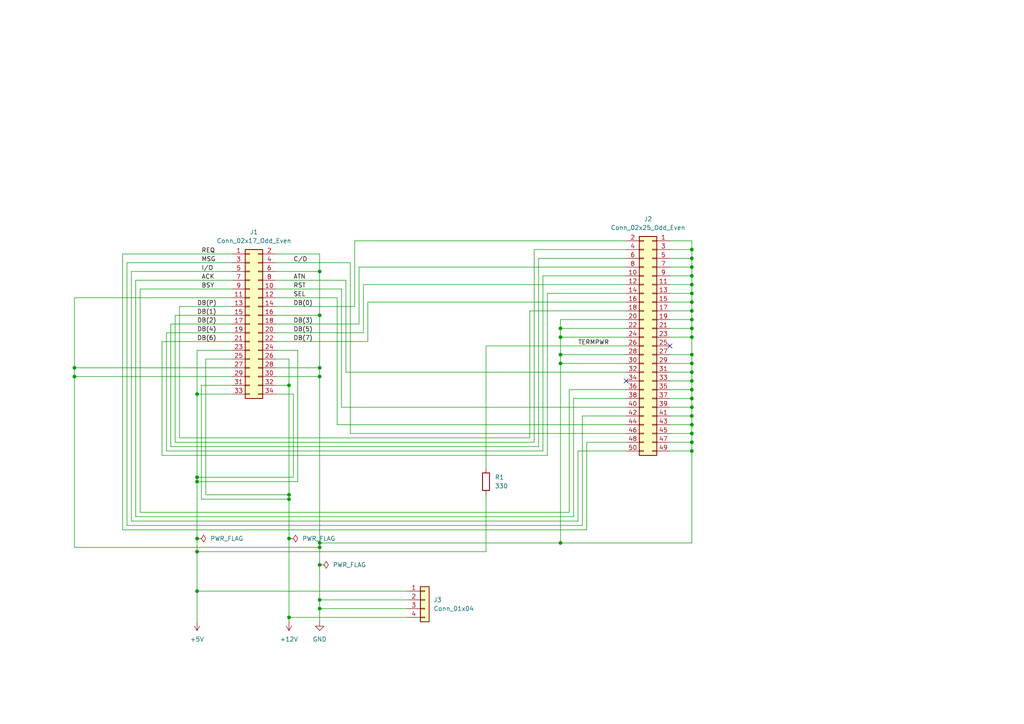
<source format=kicad_sch>
(kicad_sch (version 20211123) (generator eeschema)
  (paper "A4")
  (title_block (title "Apple M5120 SCSI Adapter") (date "2022-10-15") (rev "1") (company "X11"))
  (lib_symbols
    (symbol "Connector_Generic:Conn_01x04" (pin_names (offset 1.016) hide)
      (property "Reference" "J" (at 0 5.08 0))
      (property "Value" "Conn_01x04" (at 0 -7.62 0))
      (symbol "Conn_01x04_1_1"
        (rectangle (start -1.27 -4.953) (end 0 -5.207) (stroke (width 0.1524)))
        (rectangle (start -1.27 -2.413) (end 0 -2.667) (stroke (width 0.1524)))
        (rectangle (start -1.27 0.127) (end 0 -0.127) (stroke (width 0.1524)))
        (rectangle (start -1.27 2.667) (end 0 2.413) (stroke (width 0.1524)))
        (rectangle (start -1.27 3.81) (end 1.27 -6.35) (stroke (width 0.254)) (fill (type background)))
        (pin passive line (at -5.08 2.54 0) (length 3.81) (name "Pin_1") (number "1"))
        (pin passive line (at -5.08 0 0) (length 3.81) (name "Pin_2") (number "2"))
        (pin passive line (at -5.08 -2.54 0) (length 3.81) (name "Pin_3") (number "3"))
        (pin passive line (at -5.08 -5.08 0) (length 3.81) (name "Pin_4") (number "4"))
      )
    )
    (symbol "Connector_Generic:Conn_02x17_Odd_Even" (pin_names (offset 1.016) hide)
      (property "Reference" "J" (at 1.27 22.86 0))
      (property "Value" "Conn_02x17_Odd_Even" (at 1.27 -22.86 0))
      (symbol "Conn_02x17_Odd_Even_1_1"
        (rectangle (start -1.27 -20.193) (end 0 -20.447) (stroke (width 0.1524)))
        (rectangle (start -1.27 -17.653) (end 0 -17.907) (stroke (width 0.1524)))
        (rectangle (start -1.27 -15.113) (end 0 -15.367) (stroke (width 0.1524)))
        (rectangle (start -1.27 -12.573) (end 0 -12.827) (stroke (width 0.1524)))
        (rectangle (start -1.27 -10.033) (end 0 -10.287) (stroke (width 0.1524)))
        (rectangle (start -1.27 -7.493) (end 0 -7.747) (stroke (width 0.1524)))
        (rectangle (start -1.27 -4.953) (end 0 -5.207) (stroke (width 0.1524)))
        (rectangle (start -1.27 -2.413) (end 0 -2.667) (stroke (width 0.1524)))
        (rectangle (start -1.27 0.127) (end 0 -0.127) (stroke (width 0.1524)))
        (rectangle (start -1.27 2.667) (end 0 2.413) (stroke (width 0.1524)))
        (rectangle (start -1.27 5.207) (end 0 4.953) (stroke (width 0.1524)))
        (rectangle (start -1.27 7.747) (end 0 7.493) (stroke (width 0.1524)))
        (rectangle (start -1.27 10.287) (end 0 10.033) (stroke (width 0.1524)))
        (rectangle (start -1.27 12.827) (end 0 12.573) (stroke (width 0.1524)))
        (rectangle (start -1.27 15.367) (end 0 15.113) (stroke (width 0.1524)))
        (rectangle (start -1.27 17.907) (end 0 17.653) (stroke (width 0.1524)))
        (rectangle (start -1.27 20.447) (end 0 20.193) (stroke (width 0.1524)))
        (rectangle (start -1.27 21.59) (end 3.81 -21.59) (stroke (width 0.254)) (fill (type background)))
        (rectangle (start 3.81 -20.193) (end 2.54 -20.447) (stroke (width 0.1524)))
        (rectangle (start 3.81 -17.653) (end 2.54 -17.907) (stroke (width 0.1524)))
        (rectangle (start 3.81 -15.113) (end 2.54 -15.367) (stroke (width 0.1524)))
        (rectangle (start 3.81 -12.573) (end 2.54 -12.827) (stroke (width 0.1524)))
        (rectangle (start 3.81 -10.033) (end 2.54 -10.287) (stroke (width 0.1524)))
        (rectangle (start 3.81 -7.493) (end 2.54 -7.747) (stroke (width 0.1524)))
        (rectangle (start 3.81 -4.953) (end 2.54 -5.207) (stroke (width 0.1524)))
        (rectangle (start 3.81 -2.413) (end 2.54 -2.667) (stroke (width 0.1524)))
        (rectangle (start 3.81 0.127) (end 2.54 -0.127) (stroke (width 0.1524)))
        (rectangle (start 3.81 2.667) (end 2.54 2.413) (stroke (width 0.1524)))
        (rectangle (start 3.81 5.207) (end 2.54 4.953) (stroke (width 0.1524)))
        (rectangle (start 3.81 7.747) (end 2.54 7.493) (stroke (width 0.1524)))
        (rectangle (start 3.81 10.287) (end 2.54 10.033) (stroke (width 0.1524)))
        (rectangle (start 3.81 12.827) (end 2.54 12.573) (stroke (width 0.1524)))
        (rectangle (start 3.81 15.367) (end 2.54 15.113) (stroke (width 0.1524)))
        (rectangle (start 3.81 17.907) (end 2.54 17.653) (stroke (width 0.1524)))
        (rectangle (start 3.81 20.447) (end 2.54 20.193) (stroke (width 0.1524)))
        (pin passive line (at -5.08 20.32 0) (length 3.81) (name "Pin_1") (number "1"))
        (pin passive line (at 7.62 10.16 180) (length 3.81) (name "Pin_10") (number "10"))
        (pin passive line (at -5.08 7.62 0) (length 3.81) (name "Pin_11") (number "11"))
        (pin passive line (at 7.62 7.62 180) (length 3.81) (name "Pin_12") (number "12"))
        (pin passive line (at -5.08 5.08 0) (length 3.81) (name "Pin_13") (number "13"))
        (pin passive line (at 7.62 5.08 180) (length 3.81) (name "Pin_14") (number "14"))
        (pin passive line (at -5.08 2.54 0) (length 3.81) (name "Pin_15") (number "15"))
        (pin passive line (at 7.62 2.54 180) (length 3.81) (name "Pin_16") (number "16"))
        (pin passive line (at -5.08 0 0) (length 3.81) (name "Pin_17") (number "17"))
        (pin passive line (at 7.62 0 180) (length 3.81) (name "Pin_18") (number "18"))
        (pin passive line (at -5.08 -2.54 0) (length 3.81) (name "Pin_19") (number "19"))
        (pin passive line (at 7.62 20.32 180) (length 3.81) (name "Pin_2") (number "2"))
        (pin passive line (at 7.62 -2.54 180) (length 3.81) (name "Pin_20") (number "20"))
        (pin passive line (at -5.08 -5.08 0) (length 3.81) (name "Pin_21") (number "21"))
        (pin passive line (at 7.62 -5.08 180) (length 3.81) (name "Pin_22") (number "22"))
        (pin passive line (at -5.08 -7.62 0) (length 3.81) (name "Pin_23") (number "23"))
        (pin passive line (at 7.62 -7.62 180) (length 3.81) (name "Pin_24") (number "24"))
        (pin passive line (at -5.08 -10.16 0) (length 3.81) (name "Pin_25") (number "25"))
        (pin passive line (at 7.62 -10.16 180) (length 3.81) (name "Pin_26") (number "26"))
        (pin passive line (at -5.08 -12.7 0) (length 3.81) (name "Pin_27") (number "27"))
        (pin passive line (at 7.62 -12.7 180) (length 3.81) (name "Pin_28") (number "28"))
        (pin passive line (at -5.08 -15.24 0) (length 3.81) (name "Pin_29") (number "29"))
        (pin passive line (at -5.08 17.78 0) (length 3.81) (name "Pin_3") (number "3"))
        (pin passive line (at 7.62 -15.24 180) (length 3.81) (name "Pin_30") (number "30"))
        (pin passive line (at -5.08 -17.78 0) (length 3.81) (name "Pin_31") (number "31"))
        (pin passive line (at 7.62 -17.78 180) (length 3.81) (name "Pin_32") (number "32"))
        (pin passive line (at -5.08 -20.32 0) (length 3.81) (name "Pin_33") (number "33"))
        (pin passive line (at 7.62 -20.32 180) (length 3.81) (name "Pin_34") (number "34"))
        (pin passive line (at 7.62 17.78 180) (length 3.81) (name "Pin_4") (number "4"))
        (pin passive line (at -5.08 15.24 0) (length 3.81) (name "Pin_5") (number "5"))
        (pin passive line (at 7.62 15.24 180) (length 3.81) (name "Pin_6") (number "6"))
        (pin passive line (at -5.08 12.7 0) (length 3.81) (name "Pin_7") (number "7"))
        (pin passive line (at 7.62 12.7 180) (length 3.81) (name "Pin_8") (number "8"))
        (pin passive line (at -5.08 10.16 0) (length 3.81) (name "Pin_9") (number "9"))
      )
    )
    (symbol "Connector_Generic:Conn_02x25_Odd_Even" (pin_names (offset 1.016) hide)
      (property "Reference" "J" (at 1.27 33.02 0))
      (property "Value" "Conn_02x25_Odd_Even" (at 1.27 -33.02 0))
      (symbol "Conn_02x25_Odd_Even_1_1"
        (rectangle (start -1.27 -30.353) (end 0 -30.607) (stroke (width 0.1524)))
        (rectangle (start -1.27 -27.813) (end 0 -28.067) (stroke (width 0.1524)))
        (rectangle (start -1.27 -25.273) (end 0 -25.527) (stroke (width 0.1524)))
        (rectangle (start -1.27 -22.733) (end 0 -22.987) (stroke (width 0.1524)))
        (rectangle (start -1.27 -20.193) (end 0 -20.447) (stroke (width 0.1524)))
        (rectangle (start -1.27 -17.653) (end 0 -17.907) (stroke (width 0.1524)))
        (rectangle (start -1.27 -15.113) (end 0 -15.367) (stroke (width 0.1524)))
        (rectangle (start -1.27 -12.573) (end 0 -12.827) (stroke (width 0.1524)))
        (rectangle (start -1.27 -10.033) (end 0 -10.287) (stroke (width 0.1524)))
        (rectangle (start -1.27 -7.493) (end 0 -7.747) (stroke (width 0.1524)))
        (rectangle (start -1.27 -4.953) (end 0 -5.207) (stroke (width 0.1524)))
        (rectangle (start -1.27 -2.413) (end 0 -2.667) (stroke (width 0.1524)))
        (rectangle (start -1.27 0.127) (end 0 -0.127) (stroke (width 0.1524)))
        (rectangle (start -1.27 2.667) (end 0 2.413) (stroke (width 0.1524)))
        (rectangle (start -1.27 5.207) (end 0 4.953) (stroke (width 0.1524)))
        (rectangle (start -1.27 7.747) (end 0 7.493) (stroke (width 0.1524)))
        (rectangle (start -1.27 10.287) (end 0 10.033) (stroke (width 0.1524)))
        (rectangle (start -1.27 12.827) (end 0 12.573) (stroke (width 0.1524)))
        (rectangle (start -1.27 15.367) (end 0 15.113) (stroke (width 0.1524)))
        (rectangle (start -1.27 17.907) (end 0 17.653) (stroke (width 0.1524)))
        (rectangle (start -1.27 20.447) (end 0 20.193) (stroke (width 0.1524)))
        (rectangle (start -1.27 22.987) (end 0 22.733) (stroke (width 0.1524)))
        (rectangle (start -1.27 25.527) (end 0 25.273) (stroke (width 0.1524)))
        (rectangle (start -1.27 28.067) (end 0 27.813) (stroke (width 0.1524)))
        (rectangle (start -1.27 30.607) (end 0 30.353) (stroke (width 0.1524)))
        (rectangle (start -1.27 31.75) (end 3.81 -31.75) (stroke (width 0.254)) (fill (type background)))
        (rectangle (start 3.81 -30.353) (end 2.54 -30.607) (stroke (width 0.1524)))
        (rectangle (start 3.81 -27.813) (end 2.54 -28.067) (stroke (width 0.1524)))
        (rectangle (start 3.81 -25.273) (end 2.54 -25.527) (stroke (width 0.1524)))
        (rectangle (start 3.81 -22.733) (end 2.54 -22.987) (stroke (width 0.1524)))
        (rectangle (start 3.81 -20.193) (end 2.54 -20.447) (stroke (width 0.1524)))
        (rectangle (start 3.81 -17.653) (end 2.54 -17.907) (stroke (width 0.1524)))
        (rectangle (start 3.81 -15.113) (end 2.54 -15.367) (stroke (width 0.1524)))
        (rectangle (start 3.81 -12.573) (end 2.54 -12.827) (stroke (width 0.1524)))
        (rectangle (start 3.81 -10.033) (end 2.54 -10.287) (stroke (width 0.1524)))
        (rectangle (start 3.81 -7.493) (end 2.54 -7.747) (stroke (width 0.1524)))
        (rectangle (start 3.81 -4.953) (end 2.54 -5.207) (stroke (width 0.1524)))
        (rectangle (start 3.81 -2.413) (end 2.54 -2.667) (stroke (width 0.1524)))
        (rectangle (start 3.81 0.127) (end 2.54 -0.127) (stroke (width 0.1524)))
        (rectangle (start 3.81 2.667) (end 2.54 2.413) (stroke (width 0.1524)))
        (rectangle (start 3.81 5.207) (end 2.54 4.953) (stroke (width 0.1524)))
        (rectangle (start 3.81 7.747) (end 2.54 7.493) (stroke (width 0.1524)))
        (rectangle (start 3.81 10.287) (end 2.54 10.033) (stroke (width 0.1524)))
        (rectangle (start 3.81 12.827) (end 2.54 12.573) (stroke (width 0.1524)))
        (rectangle (start 3.81 15.367) (end 2.54 15.113) (stroke (width 0.1524)))
        (rectangle (start 3.81 17.907) (end 2.54 17.653) (stroke (width 0.1524)))
        (rectangle (start 3.81 20.447) (end 2.54 20.193) (stroke (width 0.1524)))
        (rectangle (start 3.81 22.987) (end 2.54 22.733) (stroke (width 0.1524)))
        (rectangle (start 3.81 25.527) (end 2.54 25.273) (stroke (width 0.1524)))
        (rectangle (start 3.81 28.067) (end 2.54 27.813) (stroke (width 0.1524)))
        (rectangle (start 3.81 30.607) (end 2.54 30.353) (stroke (width 0.1524)))
        (pin passive line (at -5.08 30.48 0) (length 3.81) (name "Pin_1") (number "1"))
        (pin passive line (at 7.62 20.32 180) (length 3.81) (name "Pin_10") (number "10"))
        (pin passive line (at -5.08 17.78 0) (length 3.81) (name "Pin_11") (number "11"))
        (pin passive line (at 7.62 17.78 180) (length 3.81) (name "Pin_12") (number "12"))
        (pin passive line (at -5.08 15.24 0) (length 3.81) (name "Pin_13") (number "13"))
        (pin passive line (at 7.62 15.24 180) (length 3.81) (name "Pin_14") (number "14"))
        (pin passive line (at -5.08 12.7 0) (length 3.81) (name "Pin_15") (number "15"))
        (pin passive line (at 7.62 12.7 180) (length 3.81) (name "Pin_16") (number "16"))
        (pin passive line (at -5.08 10.16 0) (length 3.81) (name "Pin_17") (number "17"))
        (pin passive line (at 7.62 10.16 180) (length 3.81) (name "Pin_18") (number "18"))
        (pin passive line (at -5.08 7.62 0) (length 3.81) (name "Pin_19") (number "19"))
        (pin passive line (at 7.62 30.48 180) (length 3.81) (name "Pin_2") (number "2"))
        (pin passive line (at 7.62 7.62 180) (length 3.81) (name "Pin_20") (number "20"))
        (pin passive line (at -5.08 5.08 0) (length 3.81) (name "Pin_21") (number "21"))
        (pin passive line (at 7.62 5.08 180) (length 3.81) (name "Pin_22") (number "22"))
        (pin passive line (at -5.08 2.54 0) (length 3.81) (name "Pin_23") (number "23"))
        (pin passive line (at 7.62 2.54 180) (length 3.81) (name "Pin_24") (number "24"))
        (pin passive line (at -5.08 0 0) (length 3.81) (name "Pin_25") (number "25"))
        (pin passive line (at 7.62 0 180) (length 3.81) (name "Pin_26") (number "26"))
        (pin passive line (at -5.08 -2.54 0) (length 3.81) (name "Pin_27") (number "27"))
        (pin passive line (at 7.62 -2.54 180) (length 3.81) (name "Pin_28") (number "28"))
        (pin passive line (at -5.08 -5.08 0) (length 3.81) (name "Pin_29") (number "29"))
        (pin passive line (at -5.08 27.94 0) (length 3.81) (name "Pin_3") (number "3"))
        (pin passive line (at 7.62 -5.08 180) (length 3.81) (name "Pin_30") (number "30"))
        (pin passive line (at -5.08 -7.62 0) (length 3.81) (name "Pin_31") (number "31"))
        (pin passive line (at 7.62 -7.62 180) (length 3.81) (name "Pin_32") (number "32"))
        (pin passive line (at -5.08 -10.16 0) (length 3.81) (name "Pin_33") (number "33"))
        (pin passive line (at 7.62 -10.16 180) (length 3.81) (name "Pin_34") (number "34"))
        (pin passive line (at -5.08 -12.7 0) (length 3.81) (name "Pin_35") (number "35"))
        (pin passive line (at 7.62 -12.7 180) (length 3.81) (name "Pin_36") (number "36"))
        (pin passive line (at -5.08 -15.24 0) (length 3.81) (name "Pin_37") (number "37"))
        (pin passive line (at 7.62 -15.24 180) (length 3.81) (name "Pin_38") (number "38"))
        (pin passive line (at -5.08 -17.78 0) (length 3.81) (name "Pin_39") (number "39"))
        (pin passive line (at 7.62 27.94 180) (length 3.81) (name "Pin_4") (number "4"))
        (pin passive line (at 7.62 -17.78 180) (length 3.81) (name "Pin_40") (number "40"))
        (pin passive line (at -5.08 -20.32 0) (length 3.81) (name "Pin_41") (number "41"))
        (pin passive line (at 7.62 -20.32 180) (length 3.81) (name "Pin_42") (number "42"))
        (pin passive line (at -5.08 -22.86 0) (length 3.81) (name "Pin_43") (number "43"))
        (pin passive line (at 7.62 -22.86 180) (length 3.81) (name "Pin_44") (number "44"))
        (pin passive line (at -5.08 -25.4 0) (length 3.81) (name "Pin_45") (number "45"))
        (pin passive line (at 7.62 -25.4 180) (length 3.81) (name "Pin_46") (number "46"))
        (pin passive line (at -5.08 -27.94 0) (length 3.81) (name "Pin_47") (number "47"))
        (pin passive line (at 7.62 -27.94 180) (length 3.81) (name "Pin_48") (number "48"))
        (pin passive line (at -5.08 -30.48 0) (length 3.81) (name "Pin_49") (number "49"))
        (pin passive line (at -5.08 25.4 0) (length 3.81) (name "Pin_5") (number "5"))
        (pin passive line (at 7.62 -30.48 180) (length 3.81) (name "Pin_50") (number "50"))
        (pin passive line (at 7.62 25.4 180) (length 3.81) (name "Pin_6") (number "6"))
        (pin passive line (at -5.08 22.86 0) (length 3.81) (name "Pin_7") (number "7"))
        (pin passive line (at 7.62 22.86 180) (length 3.81) (name "Pin_8") (number "8"))
        (pin passive line (at -5.08 20.32 0) (length 3.81) (name "Pin_9") (number "9"))
      )
    )
    (symbol "Device:R" (pin_numbers hide) (pin_names (offset 0))
      (property "Reference" "R" (at 2.032 0 90))
      (property "Value" "R" (at 0 0 90))
      (symbol "R_0_1"
        (rectangle (start -1.016 -2.54) (end 1.016 2.54) (stroke (width 0.254)))
      )
      (symbol "R_1_1"
        (pin passive line (at 0 3.81 270) (length 1.27) (name "~") (number "1"))
        (pin passive line (at 0 -3.81 90) (length 1.27) (name "~") (number "2"))
      )
    )
    (symbol "power:+12V" (power) (pin_names (offset 0))
      (property "Value" "+12V" (at 0 3.556 0))
      (symbol "+12V_0_1"
        (polyline (pts (xy -0.762 1.27) (xy 0 2.54)))
        (polyline (pts (xy 0 0) (xy 0 2.54)))
        (polyline (pts (xy 0 2.54) (xy 0.762 1.27)))
      )
      (symbol "+12V_1_1"
        (pin power_in line (at 0 0 90) (length 0) hide (name "+12V") (number "1"))
      )
    )
    (symbol "power:+5V" (power) (pin_names (offset 0))
      (property "Value" "+5V" (at 0 3.556 0))
      (symbol "+5V_0_1"
        (polyline (pts (xy -0.762 1.27) (xy 0 2.54)))
        (polyline (pts (xy 0 0) (xy 0 2.54)))
        (polyline (pts (xy 0 2.54) (xy 0.762 1.27)))
      )
      (symbol "+5V_1_1"
        (pin power_in line (at 0 0 90) (length 0) hide (name "+5V") (number "1"))
      )
    )
    (symbol "power:GND" (power) (pin_names (offset 0))
      (property "Value" "GND" (at 0 -3.81 0))
      (symbol "GND_0_1"
        (polyline (pts (xy 0 0) (xy 0 -1.27) (xy 1.27 -1.27) (xy 0 -2.54) (xy -1.27 -1.27) (xy 0 -1.27)))
      )
      (symbol "GND_1_1"
        (pin power_in line (at 0 0 270) (length 0) hide (name "GND") (number "1"))
      )
    )
    (symbol "power:PWR_FLAG" (power) (pin_numbers hide) (pin_names (offset 0) hide)
      (property "Value" "PWR_FLAG" (at 0 3.81 0))
      (symbol "PWR_FLAG_0_0"
        (pin power_out line (at 0 0 90) (length 0) (name "pwr") (number "1"))
      )
      (symbol "PWR_FLAG_0_1"
        (polyline (pts (xy 0 0) (xy 0 1.27) (xy -1.016 1.905) (xy 0 2.54) (xy 1.016 1.905) (xy 0 1.27)))
      )
    )
  )
  (junction (at 92.71 176.53))
  (junction (at 162.56 102.87))
  (junction (at 200.66 80.01))
  (junction (at 200.66 82.55))
  (junction (at 200.66 118.11))
  (junction (at 162.56 95.25))
  (junction (at 162.56 97.79))
  (junction (at 200.66 130.81))
  (junction (at 200.66 102.87))
  (junction (at 92.71 106.68))
  (junction (at 92.71 163.83))
  (junction (at 200.66 107.95))
  (junction (at 200.66 87.63))
  (junction (at 57.15 156.21))
  (junction (at 83.82 156.21))
  (junction (at 200.66 115.57))
  (junction (at 92.71 157.48))
  (junction (at 83.82 144.78))
  (junction (at 200.66 123.19))
  (junction (at 200.66 97.79))
  (junction (at 200.66 92.71))
  (junction (at 200.66 120.65))
  (junction (at 83.82 111.76))
  (junction (at 200.66 113.03))
  (junction (at 21.59 106.68))
  (junction (at 200.66 95.25))
  (junction (at 162.56 157.48))
  (junction (at 200.66 77.47))
  (junction (at 162.56 105.41))
  (junction (at 57.15 160.02))
  (junction (at 57.15 139.7))
  (junction (at 57.15 138.43))
  (junction (at 200.66 90.17))
  (junction (at 83.82 143.51))
  (junction (at 92.71 78.74))
  (junction (at 92.71 91.44))
  (junction (at 57.15 114.3))
  (junction (at 200.66 110.49))
  (junction (at 200.66 74.93))
  (junction (at 200.66 85.09))
  (junction (at 57.15 171.45))
  (junction (at 200.66 105.41))
  (junction (at 21.59 109.22))
  (junction (at 92.71 109.22))
  (junction (at 92.71 173.99))
  (junction (at 83.82 179.07))
  (junction (at 200.66 125.73))
  (junction (at 200.66 128.27))
  (junction (at 200.66 72.39))
  (junction (at 92.71 158.75))
  (no_connect (at 194.31 100.33))
  (no_connect (at 181.61 110.49))
  (wire (pts (xy 92.71 109.22) (xy 92.71 157.48)))
  (wire (pts (xy 57.15 160.02) (xy 140.97 160.02)))
  (wire (pts (xy 80.01 106.68) (xy 92.71 106.68)))
  (wire (pts (xy 153.67 90.17) (xy 153.67 127)))
  (wire (pts (xy 162.56 95.25) (xy 181.61 95.25)))
  (wire (pts (xy 83.82 104.14) (xy 83.82 111.76)))
  (wire (pts (xy 46.99 132.08) (xy 158.75 132.08)))
  (wire (pts (xy 162.56 102.87) (xy 181.61 102.87)))
  (wire (pts (xy 80.01 109.22) (xy 92.71 109.22)))
  (wire (pts (xy 57.15 160.02) (xy 57.15 171.45)))
  (wire (pts (xy 52.07 127) (xy 153.67 127)))
  (wire (pts (xy 162.56 97.79) (xy 162.56 95.25)))
  (wire (pts (xy 162.56 105.41) (xy 162.56 102.87)))
  (wire (pts (xy 165.1 113.03) (xy 181.61 113.03)))
  (wire (pts (xy 67.31 88.9) (xy 52.07 88.9)))
  (wire (pts (xy 101.6 125.73) (xy 181.61 125.73)))
  (wire (pts (xy 194.31 92.71) (xy 200.66 92.71)))
  (wire (pts (xy 162.56 97.79) (xy 181.61 97.79)))
  (wire (pts (xy 194.31 105.41) (xy 200.66 105.41)))
  (wire (pts (xy 162.56 157.48) (xy 200.66 157.48)))
  (wire (pts (xy 200.66 115.57) (xy 200.66 113.03)))
  (wire (pts (xy 67.31 86.36) (xy 21.59 86.36)))
  (wire (pts (xy 52.07 88.9) (xy 52.07 127)))
  (wire (pts (xy 21.59 109.22) (xy 67.31 109.22)))
  (wire (pts (xy 67.31 99.06) (xy 46.99 99.06)))
  (wire (pts (xy 194.31 90.17) (xy 200.66 90.17)))
  (wire (pts (xy 80.01 76.2) (xy 101.6 76.2)))
  (wire (pts (xy 200.66 97.79) (xy 200.66 95.25)))
  (wire (pts (xy 158.75 85.09) (xy 181.61 85.09)))
  (wire (pts (xy 200.66 92.71) (xy 200.66 90.17)))
  (wire (pts (xy 194.31 113.03) (xy 200.66 113.03)))
  (wire (pts (xy 100.33 107.95) (xy 181.61 107.95)))
  (wire (pts (xy 194.31 85.09) (xy 200.66 85.09)))
  (wire (pts (xy 57.15 156.21) (xy 57.15 160.02)))
  (wire (pts (xy 168.91 120.65) (xy 181.61 120.65)))
  (wire (pts (xy 200.66 72.39) (xy 200.66 69.85)))
  (wire (pts (xy 67.31 76.2) (xy 36.83 76.2)))
  (wire (pts (xy 92.71 173.99) (xy 92.71 176.53)))
  (wire (pts (xy 83.82 179.07) (xy 83.82 180.34)))
  (wire (pts (xy 162.56 105.41) (xy 162.56 157.48)))
  (wire (pts (xy 85.09 138.43) (xy 57.15 138.43)))
  (wire (pts (xy 80.01 78.74) (xy 92.71 78.74)))
  (wire (pts (xy 35.56 153.67) (xy 35.56 73.66)))
  (wire (pts (xy 194.31 118.11) (xy 200.66 118.11)))
  (wire (pts (xy 92.71 176.53) (xy 118.11 176.53)))
  (wire (pts (xy 200.66 105.41) (xy 200.66 102.87)))
  (wire (pts (xy 40.64 83.82) (xy 40.64 148.59)))
  (wire (pts (xy 99.06 118.11) (xy 181.61 118.11)))
  (wire (pts (xy 168.91 152.4) (xy 168.91 120.65)))
  (wire (pts (xy 80.01 96.52) (xy 105.41 96.52)))
  (wire (pts (xy 80.01 93.98) (xy 104.14 93.98)))
  (wire (pts (xy 67.31 101.6) (xy 57.15 101.6)))
  (wire (pts (xy 39.37 149.86) (xy 166.37 149.86)))
  (wire (pts (xy 92.71 173.99) (xy 118.11 173.99)))
  (wire (pts (xy 194.31 97.79) (xy 200.66 97.79)))
  (wire (pts (xy 57.15 114.3) (xy 57.15 138.43)))
  (wire (pts (xy 200.66 107.95) (xy 200.66 105.41)))
  (wire (pts (xy 181.61 72.39) (xy 154.94 72.39)))
  (wire (pts (xy 40.64 148.59) (xy 165.1 148.59)))
  (wire (pts (xy 194.31 107.95) (xy 200.66 107.95)))
  (wire (pts (xy 194.31 77.47) (xy 200.66 77.47)))
  (wire (pts (xy 83.82 111.76) (xy 83.82 143.51)))
  (wire (pts (xy 57.15 171.45) (xy 57.15 180.34)))
  (wire (pts (xy 57.15 171.45) (xy 118.11 171.45)))
  (wire (pts (xy 200.66 90.17) (xy 200.66 87.63)))
  (wire (pts (xy 153.67 90.17) (xy 181.61 90.17)))
  (wire (pts (xy 102.87 88.9) (xy 80.01 88.9)))
  (wire (pts (xy 83.82 143.51) (xy 83.82 144.78)))
  (wire (pts (xy 200.66 118.11) (xy 200.66 115.57)))
  (wire (pts (xy 194.31 87.63) (xy 200.66 87.63)))
  (wire (pts (xy 200.66 69.85) (xy 194.31 69.85)))
  (wire (pts (xy 67.31 91.44) (xy 50.8 91.44)))
  (wire (pts (xy 157.48 80.01) (xy 181.61 80.01)))
  (wire (pts (xy 200.66 157.48) (xy 200.66 130.81)))
  (wire (pts (xy 46.99 99.06) (xy 46.99 132.08)))
  (wire (pts (xy 194.31 123.19) (xy 200.66 123.19)))
  (wire (pts (xy 80.01 114.3) (xy 85.09 114.3)))
  (wire (pts (xy 154.94 128.27) (xy 50.8 128.27)))
  (wire (pts (xy 57.15 139.7) (xy 57.15 156.21)))
  (wire (pts (xy 92.71 73.66) (xy 92.71 78.74)))
  (wire (pts (xy 104.14 93.98) (xy 104.14 77.47)))
  (wire (pts (xy 166.37 115.57) (xy 181.61 115.57)))
  (wire (pts (xy 59.69 143.51) (xy 83.82 143.51)))
  (wire (pts (xy 140.97 143.51) (xy 140.97 160.02)))
  (wire (pts (xy 50.8 128.27) (xy 50.8 91.44)))
  (wire (pts (xy 194.31 72.39) (xy 200.66 72.39)))
  (wire (pts (xy 21.59 106.68) (xy 67.31 106.68)))
  (wire (pts (xy 48.26 130.81) (xy 157.48 130.81)))
  (wire (pts (xy 21.59 158.75) (xy 92.71 158.75)))
  (wire (pts (xy 194.31 110.49) (xy 200.66 110.49)))
  (wire (pts (xy 36.83 152.4) (xy 168.91 152.4)))
  (wire (pts (xy 38.1 78.74) (xy 38.1 151.13)))
  (wire (pts (xy 194.31 74.93) (xy 200.66 74.93)))
  (wire (pts (xy 194.31 82.55) (xy 200.66 82.55)))
  (wire (pts (xy 92.71 163.83) (xy 92.71 173.99)))
  (wire (pts (xy 92.71 158.75) (xy 92.71 163.83)))
  (wire (pts (xy 194.31 102.87) (xy 200.66 102.87)))
  (wire (pts (xy 21.59 109.22) (xy 21.59 158.75)))
  (wire (pts (xy 106.68 99.06) (xy 106.68 87.63)))
  (wire (pts (xy 97.79 86.36) (xy 97.79 123.19)))
  (wire (pts (xy 165.1 148.59) (xy 165.1 113.03)))
  (wire (pts (xy 36.83 76.2) (xy 36.83 152.4)))
  (wire (pts (xy 105.41 82.55) (xy 181.61 82.55)))
  (wire (pts (xy 140.97 100.33) (xy 181.61 100.33)))
  (wire (pts (xy 67.31 111.76) (xy 58.42 111.76)))
  (wire (pts (xy 80.01 104.14) (xy 83.82 104.14)))
  (wire (pts (xy 194.31 95.25) (xy 200.66 95.25)))
  (wire (pts (xy 170.18 128.27) (xy 181.61 128.27)))
  (wire (pts (xy 80.01 86.36) (xy 97.79 86.36)))
  (wire (pts (xy 106.68 87.63) (xy 181.61 87.63)))
  (wire (pts (xy 80.01 101.6) (xy 86.36 101.6)))
  (wire (pts (xy 162.56 105.41) (xy 181.61 105.41)))
  (wire (pts (xy 67.31 104.14) (xy 59.69 104.14)))
  (wire (pts (xy 156.21 74.93) (xy 156.21 129.54)))
  (wire (pts (xy 49.53 93.98) (xy 67.31 93.98)))
  (wire (pts (xy 200.66 128.27) (xy 200.66 125.73)))
  (wire (pts (xy 49.53 93.98) (xy 49.53 129.54)))
  (wire (pts (xy 200.66 97.79) (xy 200.66 102.87)))
  (wire (pts (xy 140.97 135.89) (xy 140.97 100.33)))
  (wire (pts (xy 200.66 87.63) (xy 200.66 85.09)))
  (wire (pts (xy 35.56 153.67) (xy 170.18 153.67)))
  (wire (pts (xy 162.56 92.71) (xy 181.61 92.71)))
  (wire (pts (xy 92.71 157.48) (xy 162.56 157.48)))
  (wire (pts (xy 92.71 157.48) (xy 92.71 158.75)))
  (wire (pts (xy 83.82 179.07) (xy 118.11 179.07)))
  (wire (pts (xy 200.66 74.93) (xy 200.66 72.39)))
  (wire (pts (xy 21.59 86.36) (xy 21.59 106.68)))
  (wire (pts (xy 80.01 91.44) (xy 92.71 91.44)))
  (wire (pts (xy 200.66 95.25) (xy 200.66 92.71)))
  (wire (pts (xy 80.01 111.76) (xy 83.82 111.76)))
  (wire (pts (xy 162.56 95.25) (xy 162.56 92.71)))
  (wire (pts (xy 194.31 115.57) (xy 200.66 115.57)))
  (wire (pts (xy 154.94 72.39) (xy 154.94 128.27)))
  (wire (pts (xy 181.61 69.85) (xy 102.87 69.85)))
  (wire (pts (xy 57.15 138.43) (xy 57.15 139.7)))
  (wire (pts (xy 167.64 151.13) (xy 167.64 130.81)))
  (wire (pts (xy 194.31 80.01) (xy 200.66 80.01)))
  (wire (pts (xy 67.31 78.74) (xy 38.1 78.74)))
  (wire (pts (xy 157.48 130.81) (xy 157.48 80.01)))
  (wire (pts (xy 39.37 149.86) (xy 39.37 81.28)))
  (wire (pts (xy 97.79 123.19) (xy 181.61 123.19)))
  (wire (pts (xy 57.15 139.7) (xy 86.36 139.7)))
  (wire (pts (xy 85.09 114.3) (xy 85.09 138.43)))
  (wire (pts (xy 58.42 144.78) (xy 83.82 144.78)))
  (wire (pts (xy 48.26 96.52) (xy 48.26 130.81)))
  (wire (pts (xy 102.87 69.85) (xy 102.87 88.9)))
  (wire (pts (xy 83.82 156.21) (xy 83.82 179.07)))
  (wire (pts (xy 59.69 104.14) (xy 59.69 143.51)))
  (wire (pts (xy 99.06 118.11) (xy 99.06 83.82)))
  (wire (pts (xy 156.21 74.93) (xy 181.61 74.93)))
  (wire (pts (xy 200.66 85.09) (xy 200.66 82.55)))
  (wire (pts (xy 200.66 82.55) (xy 200.66 80.01)))
  (wire (pts (xy 200.66 110.49) (xy 200.66 107.95)))
  (wire (pts (xy 49.53 129.54) (xy 156.21 129.54)))
  (wire (pts (xy 194.31 120.65) (xy 200.66 120.65)))
  (wire (pts (xy 100.33 81.28) (xy 100.33 107.95)))
  (wire (pts (xy 39.37 81.28) (xy 67.31 81.28)))
  (wire (pts (xy 92.71 78.74) (xy 92.71 91.44)))
  (wire (pts (xy 67.31 96.52) (xy 48.26 96.52)))
  (wire (pts (xy 92.71 91.44) (xy 92.71 106.68)))
  (wire (pts (xy 83.82 144.78) (xy 83.82 156.21)))
  (wire (pts (xy 200.66 77.47) (xy 200.66 74.93)))
  (wire (pts (xy 105.41 96.52) (xy 105.41 82.55)))
  (wire (pts (xy 194.31 130.81) (xy 200.66 130.81)))
  (wire (pts (xy 200.66 130.81) (xy 200.66 128.27)))
  (wire (pts (xy 67.31 83.82) (xy 40.64 83.82)))
  (wire (pts (xy 167.64 130.81) (xy 181.61 130.81)))
  (wire (pts (xy 21.59 106.68) (xy 21.59 109.22)))
  (wire (pts (xy 80.01 81.28) (xy 100.33 81.28)))
  (wire (pts (xy 57.15 101.6) (xy 57.15 114.3)))
  (wire (pts (xy 200.66 80.01) (xy 200.66 77.47)))
  (wire (pts (xy 92.71 106.68) (xy 92.71 109.22)))
  (wire (pts (xy 200.66 120.65) (xy 200.66 118.11)))
  (wire (pts (xy 200.66 113.03) (xy 200.66 110.49)))
  (wire (pts (xy 162.56 97.79) (xy 162.56 102.87)))
  (wire (pts (xy 166.37 149.86) (xy 166.37 115.57)))
  (wire (pts (xy 58.42 111.76) (xy 58.42 144.78)))
  (wire (pts (xy 80.01 99.06) (xy 106.68 99.06)))
  (wire (pts (xy 101.6 76.2) (xy 101.6 125.73)))
  (wire (pts (xy 80.01 83.82) (xy 99.06 83.82)))
  (wire (pts (xy 38.1 151.13) (xy 167.64 151.13)))
  (wire (pts (xy 104.14 77.47) (xy 181.61 77.47)))
  (wire (pts (xy 194.31 125.73) (xy 200.66 125.73)))
  (wire (pts (xy 170.18 153.67) (xy 170.18 128.27)))
  (wire (pts (xy 80.01 73.66) (xy 92.71 73.66)))
  (wire (pts (xy 92.71 176.53) (xy 92.71 180.34)))
  (wire (pts (xy 57.15 114.3) (xy 67.31 114.3)))
  (wire (pts (xy 200.66 125.73) (xy 200.66 123.19)))
  (wire (pts (xy 86.36 101.6) (xy 86.36 139.7)))
  (wire (pts (xy 35.56 73.66) (xy 67.31 73.66)))
  (wire (pts (xy 158.75 132.08) (xy 158.75 85.09)))
  (wire (pts (xy 200.66 123.19) (xy 200.66 120.65)))
  (wire (pts (xy 194.31 128.27) (xy 200.66 128.27)))
  (label "DB(4)" (at 57.15 96.52 0))
  (label "SEL" (at 85.09 86.36 0))
  (label "DB(5)" (at 85.09 96.52 0))
  (label "I{slash}O" (at 58.42 78.74 0))
  (label "ACK" (at 58.42 81.28 0))
  (label "DB(6)" (at 57.15 99.06 0))
  (label "C{slash}D" (at 85.09 76.2 0))
  (label "MSG" (at 58.42 76.2 0))
  (label "DB(7)" (at 85.09 99.06 0))
  (label "RST" (at 85.09 83.82 0))
  (label "ATN" (at 85.09 81.28 0))
  (label "TERMPWR" (at 167.64 100.33 0))
  (label "DB(1)" (at 57.15 91.44 0))
  (label "REQ" (at 58.42 73.66 0))
  (label "BSY" (at 58.42 83.82 0))
  (label "DB(3)" (at 85.09 93.98 0))
  (label "DB(0)" (at 85.09 88.9 0))
  (label "DB(2)" (at 57.15 93.98 0))
  (label "DB(P)" (at 57.15 88.9 0))
  (symbol (lib_id "Connector_Generic:Conn_02x25_Odd_Even") (at 189.23 100.33 0) (mirror y) (unit 1)
    (property "Reference" "J2" (at 187.96 63.5 0))
    (property "Value" "Conn_02x25_Odd_Even" (at 187.96 66.04 0))
    (property "Footprint" "Connector_IDC:IDC-Header_2x25_P2.54mm_Vertical" (effects hide))
  )
  (symbol (lib_id "power:GND") (at 92.71 180.34 0) (unit 1)
    (property "Reference" "#PWR04" (effects hide))
    (property "Value" "GND" (at 92.71 185.42 0))
  )
  (symbol (lib_id "power:PWR_FLAG") (at 57.15 156.21 270) (unit 1)
    (property "Reference" "#FLG01" (effects hide))
    (property "Value" "PWR_FLAG" (at 60.96 156.2099 90) (effects (justify left)))
  )
  (symbol (lib_id "power:PWR_FLAG") (at 92.71 163.83 270) (unit 1)
    (property "Reference" "#FLG03" (effects hide))
    (property "Value" "PWR_FLAG" (at 96.52 163.8299 90) (effects (justify left)))
  )
  (symbol (lib_id "Device:R") (at 140.97 139.7 0) (unit 1)
    (property "Reference" "R1" (at 143.51 138.4299 0) (effects (justify left)))
    (property "Value" "330" (at 143.51 140.9699 0) (effects (justify left)))
    (property "Footprint" "Resistor_THT:R_Axial_DIN0207_L6.3mm_D2.5mm_P15.24mm_Horizontal" (effects hide))
  )
  (symbol (lib_id "Connector_Generic:Conn_01x04") (at 123.19 173.99 0) (unit 1)
    (property "Reference" "J3" (at 125.73 173.9899 0) (effects (justify left)))
    (property "Value" "Conn_01x04" (at 125.73 176.5299 0) (effects (justify left)))
    (property "Footprint" "Connector_Wire:SolderWire-0.75sqmm_1x04_P7mm_D1.25mm_OD3.5mm" (effects hide))
  )
  (symbol (lib_id "power:+5V") (at 57.15 180.34 0) (mirror x) (unit 1)
    (property "Reference" "#PWR01" (effects hide))
    (property "Value" "+5V" (at 57.15 185.42 0))
  )
  (symbol (lib_id "power:PWR_FLAG") (at 83.82 156.21 270) (unit 1)
    (property "Reference" "#FLG02" (effects hide))
    (property "Value" "PWR_FLAG" (at 87.63 156.2099 90) (effects (justify left)))
  )
  (symbol (lib_id "power:+12V") (at 83.82 180.34 0) (mirror x) (unit 1)
    (property "Reference" "#PWR03" (effects hide))
    (property "Value" "+12V" (at 83.82 185.42 0))
  )
  (symbol (lib_id "Connector_Generic:Conn_02x17_Odd_Even") (at 72.39 93.98 0) (unit 1)
    (property "Reference" "J1" (at 73.66 67.31 0))
    (property "Value" "Conn_02x17_Odd_Even" (at 73.66 69.85 0))
    (property "Footprint" "Connector_IDC:IDC-Header_2x17_P2.54mm_Vertical" (effects hide))
  )
)
</source>
